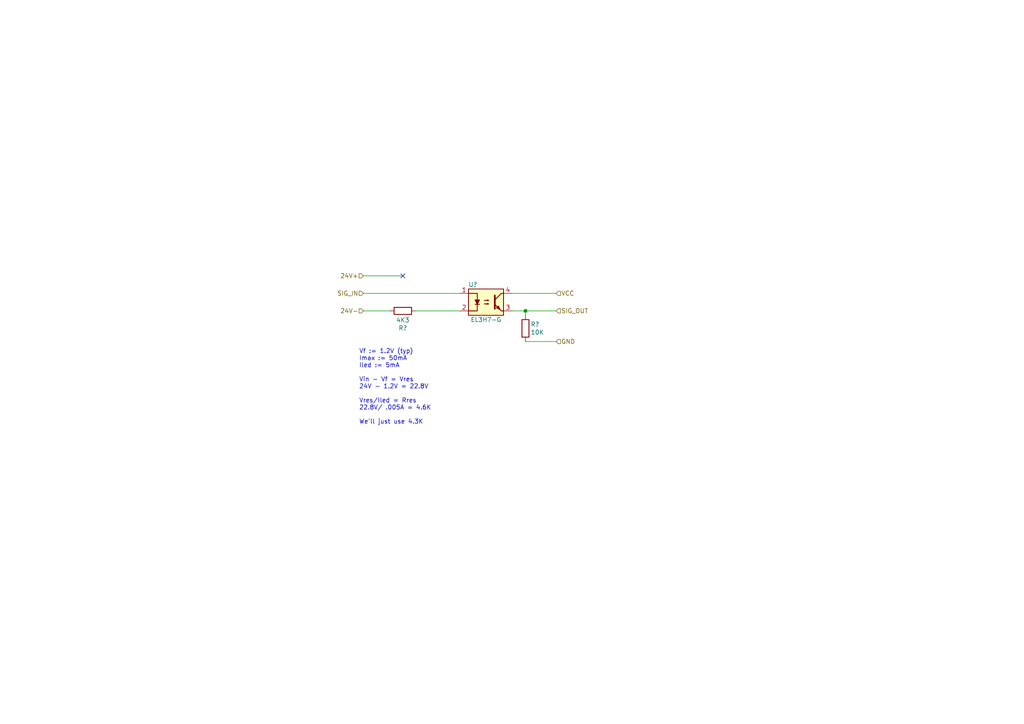
<source format=kicad_sch>
(kicad_sch (version 20211123) (generator eeschema)
  (paper "A4")
  (lib_symbols
    (symbol "Device:R" (pin_numbers hide) (pin_names (offset 0))
      (property "Reference" "R" (at 2.032 0 90))
      (property "Value" "R" (at 0 0 90))
      (symbol "R_0_1"
        (rectangle (start -1.016 -2.54) (end 1.016 2.54) (stroke (width 0.254)))
      )
      (symbol "R_1_1"
        (pin passive line (at 0 3.81 270) (length 1.27) (name "~") (number "1"))
        (pin passive line (at 0 -3.81 90) (length 1.27) (name "~") (number "2"))
      )
    )
    (symbol "william_optoisolators:EL3H7-G" (pin_names (offset 1.016))
      (property "Reference" "U" (at -3.81 5.08 0))
      (property "Value" "EL3H7-G" (at -1.27 -5.08 0))
      (symbol "EL3H7-G_1_1"
        (rectangle (start -5.08 3.81) (end 5.08 -3.81) (stroke (width 0.254)) (fill (type background)))
        (polyline (pts (xy -3.175 -0.635) (xy -1.905 -0.635)) (stroke (width 0.254)))
        (polyline (pts (xy 2.54 1.905) (xy 2.54 -1.905) (xy 2.54 -1.905)) (stroke (width 0.508)))
        (polyline (pts (xy 5.08 -2.54) (xy 4.445 -2.54) (xy 2.54 -0.635)) (stroke (width 0.254)))
        (polyline (pts (xy 5.08 2.54) (xy 4.445 2.54) (xy 2.54 0.635)) (stroke (width 0.254)))
        (polyline (pts (xy -5.08 -2.54) (xy -2.54 -2.54) (xy -2.54 2.54) (xy -5.08 2.54)) (stroke (width 0.254)))
        (polyline (pts (xy -2.54 -0.635) (xy -3.175 0.635) (xy -1.905 0.635) (xy -2.54 -0.635)) (stroke (width 0.254)) (fill (type outline)))
        (polyline (pts (xy -0.508 -0.508) (xy 0.762 -0.508) (xy 0.381 -0.635) (xy 0.381 -0.381) (xy 0.762 -0.508)) (stroke (width 0.254)))
        (polyline (pts (xy -0.508 0.508) (xy 0.762 0.508) (xy 0.381 0.381) (xy 0.381 0.635) (xy 0.762 0.508)) (stroke (width 0.254)))
        (polyline (pts (xy 3.048 -1.651) (xy 3.556 -1.143) (xy 4.064 -2.159) (xy 3.048 -1.651) (xy 3.048 -1.651)) (stroke (width 0.254)) (fill (type outline)))
        (pin passive line (at -7.62 2.54 0) (length 2.54) (name "~") (number "1"))
        (pin passive line (at -7.62 -2.54 0) (length 2.54) (name "~") (number "2"))
        (pin passive line (at 7.62 -2.54 180) (length 2.54) (name "~") (number "3"))
        (pin passive line (at 7.62 2.54 180) (length 2.54) (name "~") (number "4"))
      )
    )
  )
  (junction (at 152.4 90.17))
  (no_connect (at 116.84 80.01))
  (wire (pts (xy 152.4 99.06) (xy 161.29 99.06)))
  (wire (pts (xy 105.41 90.17) (xy 113.03 90.17)))
  (wire (pts (xy 148.59 85.09) (xy 161.29 85.09)))
  (wire (pts (xy 120.65 90.17) (xy 133.35 90.17)))
  (wire (pts (xy 116.84 80.01) (xy 105.41 80.01)))
  (wire (pts (xy 152.4 90.17) (xy 161.29 90.17)))
  (wire (pts (xy 152.4 91.44) (xy 152.4 90.17)))
  (wire (pts (xy 148.59 90.17) (xy 152.4 90.17)))
  (wire (pts (xy 105.41 85.09) (xy 133.35 85.09)))
  (text "Vf := 1.2V (typ)\nImax := 50mA\nIled := 5mA\n\nVin - Vf = Vres\n24V - 1.2V = 22.8V\n\nVres/Iled = Rres\n22.8V/ .005A = 4.6K\n\nWe'll just use 4.3K" (at 104.14 123.19 0) (effects (font (size 1.27 1.27)) (justify left bottom)))
  (hierarchical_label "24V-" (shape input) (at 105.41 90.17 180))
  (hierarchical_label "SIG_IN" (shape input) (at 105.41 85.09 180))
  (hierarchical_label "24V+" (shape input) (at 105.41 80.01 180))
  (hierarchical_label "GND" (shape input) (at 161.29 99.06 0))
  (hierarchical_label "SIG_OUT" (shape input) (at 161.29 90.17 0))
  (hierarchical_label "VCC" (shape input) (at 161.29 85.09 0))
  (symbol (lib_id "william_optoisolators:EL3H7-G") (at 140.97 87.63 0) (unit 1)
    (property "Reference" "U?" (at 137.16 82.55 0))
    (property "Value" "EL3H7-G" (at 140.97 92.71 0))
    (property "Footprint" "Package_SO:SOP-4_4.4x2.6mm_P1.27mm" (effects hide))
  )
  (symbol (lib_id "Device:R") (at 116.84 90.17 270) (mirror x) (unit 1)
    (property "Reference" "R?" (at 116.84 95.1484 90))
    (property "Value" "4K3" (at 116.84 92.837 90))
    (property "Footprint" "Resistor_SMD:R_0603_1608Metric" (effects hide))
  )
  (symbol (lib_id "Device:R") (at 152.4 95.25 0) (unit 1)
    (property "Reference" "R?" (at 153.8986 94.0816 0) (effects (justify left)))
    (property "Value" "10K" (at 153.8986 96.393 0) (effects (justify left)))
    (property "Footprint" "Resistor_SMD:R_0603_1608Metric" (effects hide))
  )
)
</source>
